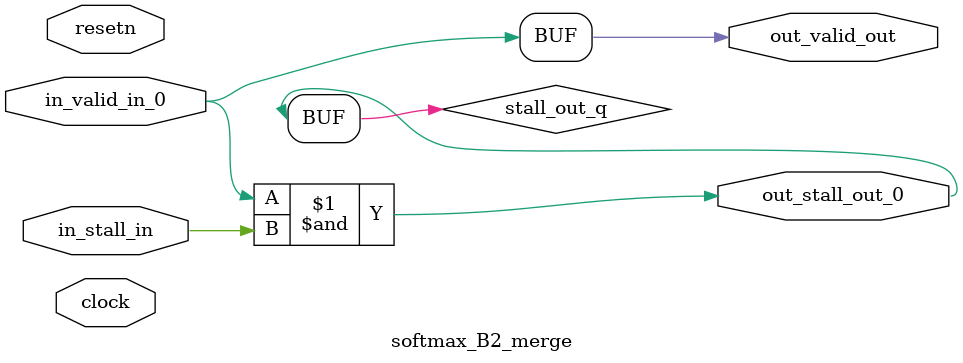
<source format=sv>



(* altera_attribute = "-name AUTO_SHIFT_REGISTER_RECOGNITION OFF; -name MESSAGE_DISABLE 10036; -name MESSAGE_DISABLE 10037; -name MESSAGE_DISABLE 14130; -name MESSAGE_DISABLE 14320; -name MESSAGE_DISABLE 15400; -name MESSAGE_DISABLE 14130; -name MESSAGE_DISABLE 10036; -name MESSAGE_DISABLE 12020; -name MESSAGE_DISABLE 12030; -name MESSAGE_DISABLE 12010; -name MESSAGE_DISABLE 12110; -name MESSAGE_DISABLE 14320; -name MESSAGE_DISABLE 13410; -name MESSAGE_DISABLE 113007; -name MESSAGE_DISABLE 10958" *)
module softmax_B2_merge (
    input wire [0:0] in_stall_in,
    input wire [0:0] in_valid_in_0,
    output wire [0:0] out_stall_out_0,
    output wire [0:0] out_valid_out,
    input wire clock,
    input wire resetn
    );

    wire [0:0] stall_out_q;


    // stall_out(LOGICAL,6)
    assign stall_out_q = in_valid_in_0 & in_stall_in;

    // out_stall_out_0(GPOUT,4)
    assign out_stall_out_0 = stall_out_q;

    // out_valid_out(GPOUT,5)
    assign out_valid_out = in_valid_in_0;

endmodule

</source>
